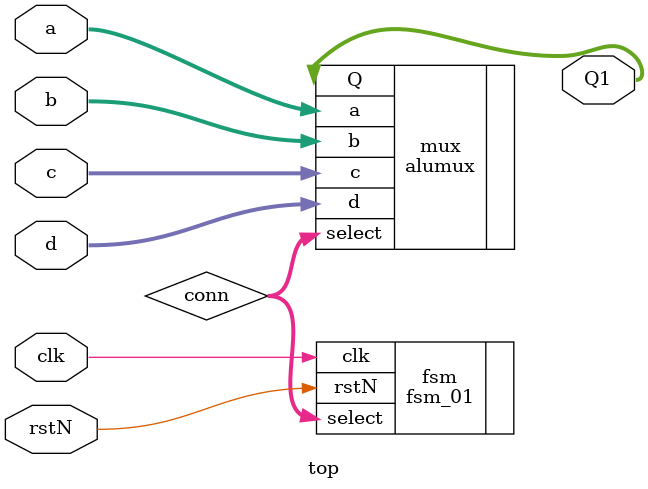
<source format=sv>
module top(
    input logic clk,rstN, // Data inputs
    input logic [3:0] a, b, c ,d ,
    output logic [7:0] Q1 // Output
);

logic [1:0] conn;

fsm_01 fsm (
    .clk(clk),
    .rstN(rstN), 
    .select(conn)
);

alumux mux(
    .a(a), 
    .b(b), 
    .c(c),
    .d(d),
    .select(conn),
    .Q(Q1)
);



endmodule
</source>
